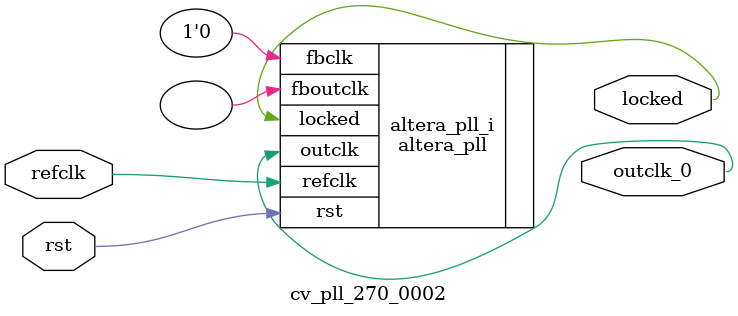
<source format=v>
`timescale 1ns/10ps
module  cv_pll_270_0002(

	// interface 'refclk'
	input wire refclk,

	// interface 'reset'
	input wire rst,

	// interface 'outclk0'
	output wire outclk_0,

	// interface 'locked'
	output wire locked
);

	altera_pll #(
		.fractional_vco_multiplier("false"),
		.reference_clock_frequency("100.0 MHz"),
		.operation_mode("normal"),
		.number_of_clocks(1),
		.output_clock_frequency0("270.000000 MHz"),
		.phase_shift0("0 ps"),
		.duty_cycle0(50),
		.output_clock_frequency1("0 MHz"),
		.phase_shift1("0 ps"),
		.duty_cycle1(50),
		.output_clock_frequency2("0 MHz"),
		.phase_shift2("0 ps"),
		.duty_cycle2(50),
		.output_clock_frequency3("0 MHz"),
		.phase_shift3("0 ps"),
		.duty_cycle3(50),
		.output_clock_frequency4("0 MHz"),
		.phase_shift4("0 ps"),
		.duty_cycle4(50),
		.output_clock_frequency5("0 MHz"),
		.phase_shift5("0 ps"),
		.duty_cycle5(50),
		.output_clock_frequency6("0 MHz"),
		.phase_shift6("0 ps"),
		.duty_cycle6(50),
		.output_clock_frequency7("0 MHz"),
		.phase_shift7("0 ps"),
		.duty_cycle7(50),
		.output_clock_frequency8("0 MHz"),
		.phase_shift8("0 ps"),
		.duty_cycle8(50),
		.output_clock_frequency9("0 MHz"),
		.phase_shift9("0 ps"),
		.duty_cycle9(50),
		.output_clock_frequency10("0 MHz"),
		.phase_shift10("0 ps"),
		.duty_cycle10(50),
		.output_clock_frequency11("0 MHz"),
		.phase_shift11("0 ps"),
		.duty_cycle11(50),
		.output_clock_frequency12("0 MHz"),
		.phase_shift12("0 ps"),
		.duty_cycle12(50),
		.output_clock_frequency13("0 MHz"),
		.phase_shift13("0 ps"),
		.duty_cycle13(50),
		.output_clock_frequency14("0 MHz"),
		.phase_shift14("0 ps"),
		.duty_cycle14(50),
		.output_clock_frequency15("0 MHz"),
		.phase_shift15("0 ps"),
		.duty_cycle15(50),
		.output_clock_frequency16("0 MHz"),
		.phase_shift16("0 ps"),
		.duty_cycle16(50),
		.output_clock_frequency17("0 MHz"),
		.phase_shift17("0 ps"),
		.duty_cycle17(50),
		.pll_type("General"),
		.pll_subtype("General")
	) altera_pll_i (
		.rst	(rst),
		.outclk	({outclk_0}),
		.locked	(locked),
		.fboutclk	( ),
		.fbclk	(1'b0),
		.refclk	(refclk)
	);
endmodule


</source>
